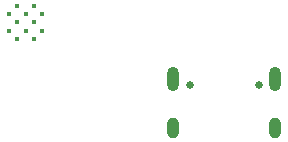
<source format=gbr>
%TF.GenerationSoftware,KiCad,Pcbnew,8.0.0*%
%TF.CreationDate,2024-03-08T03:35:26+01:00*%
%TF.ProjectId,pd65hotplate_esp32,70643635-686f-4747-906c-6174655f6573,rev?*%
%TF.SameCoordinates,Original*%
%TF.FileFunction,Soldermask,Bot*%
%TF.FilePolarity,Negative*%
%FSLAX46Y46*%
G04 Gerber Fmt 4.6, Leading zero omitted, Abs format (unit mm)*
G04 Created by KiCad (PCBNEW 8.0.0) date 2024-03-08 03:35:26*
%MOMM*%
%LPD*%
G01*
G04 APERTURE LIST*
%ADD10O,1.000000X1.800000*%
%ADD11O,1.000000X2.100000*%
%ADD12C,0.650000*%
%ADD13C,0.400000*%
G04 APERTURE END LIST*
D10*
%TO.C,USB1*%
X56220000Y-55835000D03*
D11*
X56220000Y-51655000D03*
D10*
X47580000Y-55835000D03*
D11*
X47580000Y-51655000D03*
D12*
X49010000Y-52155000D03*
X54790000Y-52155000D03*
%TD*%
D13*
%TO.C,U2*%
X35085000Y-46195000D03*
X35085000Y-47595000D03*
X36485000Y-47595000D03*
X36485000Y-46195000D03*
X35785000Y-45495000D03*
X35785000Y-46895000D03*
X35785000Y-48295000D03*
X33685000Y-47595000D03*
X33685000Y-46195000D03*
X34385000Y-45495000D03*
X34385000Y-46895000D03*
X34385000Y-48295000D03*
%TD*%
M02*

</source>
